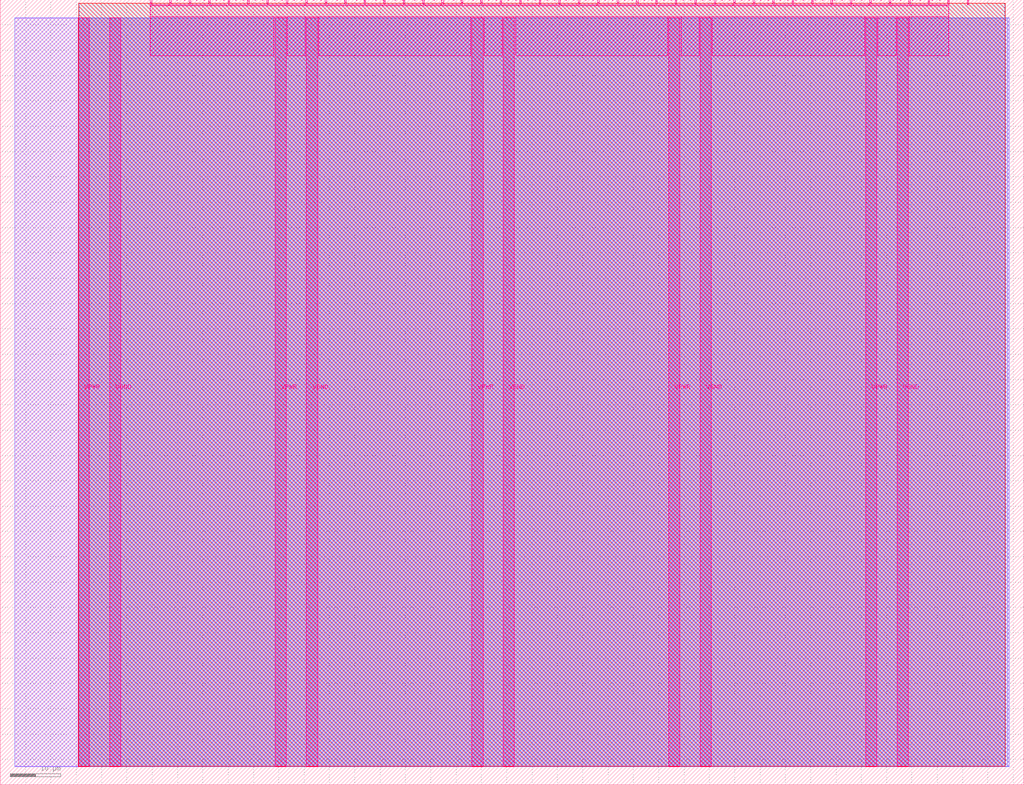
<source format=lef>
VERSION 5.7 ;
  NOWIREEXTENSIONATPIN ON ;
  DIVIDERCHAR "/" ;
  BUSBITCHARS "[]" ;
MACRO tt_um_ezchips_calc
  CLASS BLOCK ;
  FOREIGN tt_um_ezchips_calc ;
  ORIGIN 0.000 0.000 ;
  SIZE 202.080 BY 154.980 ;
  PIN VGND
    DIRECTION INOUT ;
    USE GROUND ;
    PORT
      LAYER Metal5 ;
        RECT 21.580 3.560 23.780 151.420 ;
    END
    PORT
      LAYER Metal5 ;
        RECT 60.450 3.560 62.650 151.420 ;
    END
    PORT
      LAYER Metal5 ;
        RECT 99.320 3.560 101.520 151.420 ;
    END
    PORT
      LAYER Metal5 ;
        RECT 138.190 3.560 140.390 151.420 ;
    END
    PORT
      LAYER Metal5 ;
        RECT 177.060 3.560 179.260 151.420 ;
    END
  END VGND
  PIN VPWR
    DIRECTION INOUT ;
    USE POWER ;
    PORT
      LAYER Metal5 ;
        RECT 15.380 3.560 17.580 151.420 ;
    END
    PORT
      LAYER Metal5 ;
        RECT 54.250 3.560 56.450 151.420 ;
    END
    PORT
      LAYER Metal5 ;
        RECT 93.120 3.560 95.320 151.420 ;
    END
    PORT
      LAYER Metal5 ;
        RECT 131.990 3.560 134.190 151.420 ;
    END
    PORT
      LAYER Metal5 ;
        RECT 170.860 3.560 173.060 151.420 ;
    END
  END VPWR
  PIN clk
    DIRECTION INPUT ;
    USE SIGNAL ;
    ANTENNAGATEAREA 0.213200 ;
    PORT
      LAYER Metal5 ;
        RECT 187.050 153.980 187.350 154.980 ;
    END
  END clk
  PIN ena
    DIRECTION INPUT ;
    USE SIGNAL ;
    PORT
      LAYER Metal5 ;
        RECT 190.890 153.980 191.190 154.980 ;
    END
  END ena
  PIN rst_n
    DIRECTION INPUT ;
    USE SIGNAL ;
    ANTENNAGATEAREA 0.180700 ;
    PORT
      LAYER Metal5 ;
        RECT 183.210 153.980 183.510 154.980 ;
    END
  END rst_n
  PIN ui_in[0]
    DIRECTION INPUT ;
    USE SIGNAL ;
    ANTENNAGATEAREA 0.180700 ;
    PORT
      LAYER Metal5 ;
        RECT 179.370 153.980 179.670 154.980 ;
    END
  END ui_in[0]
  PIN ui_in[1]
    DIRECTION INPUT ;
    USE SIGNAL ;
    ANTENNAGATEAREA 0.180700 ;
    PORT
      LAYER Metal5 ;
        RECT 175.530 153.980 175.830 154.980 ;
    END
  END ui_in[1]
  PIN ui_in[2]
    DIRECTION INPUT ;
    USE SIGNAL ;
    ANTENNAGATEAREA 0.180700 ;
    PORT
      LAYER Metal5 ;
        RECT 171.690 153.980 171.990 154.980 ;
    END
  END ui_in[2]
  PIN ui_in[3]
    DIRECTION INPUT ;
    USE SIGNAL ;
    ANTENNAGATEAREA 0.180700 ;
    PORT
      LAYER Metal5 ;
        RECT 167.850 153.980 168.150 154.980 ;
    END
  END ui_in[3]
  PIN ui_in[4]
    DIRECTION INPUT ;
    USE SIGNAL ;
    ANTENNAGATEAREA 0.180700 ;
    PORT
      LAYER Metal5 ;
        RECT 164.010 153.980 164.310 154.980 ;
    END
  END ui_in[4]
  PIN ui_in[5]
    DIRECTION INPUT ;
    USE SIGNAL ;
    ANTENNAGATEAREA 0.213200 ;
    PORT
      LAYER Metal5 ;
        RECT 160.170 153.980 160.470 154.980 ;
    END
  END ui_in[5]
  PIN ui_in[6]
    DIRECTION INPUT ;
    USE SIGNAL ;
    ANTENNAGATEAREA 0.361400 ;
    PORT
      LAYER Metal5 ;
        RECT 156.330 153.980 156.630 154.980 ;
    END
  END ui_in[6]
  PIN ui_in[7]
    DIRECTION INPUT ;
    USE SIGNAL ;
    ANTENNAGATEAREA 0.180700 ;
    PORT
      LAYER Metal5 ;
        RECT 152.490 153.980 152.790 154.980 ;
    END
  END ui_in[7]
  PIN uio_in[0]
    DIRECTION INPUT ;
    USE SIGNAL ;
    PORT
      LAYER Metal5 ;
        RECT 148.650 153.980 148.950 154.980 ;
    END
  END uio_in[0]
  PIN uio_in[1]
    DIRECTION INPUT ;
    USE SIGNAL ;
    PORT
      LAYER Metal5 ;
        RECT 144.810 153.980 145.110 154.980 ;
    END
  END uio_in[1]
  PIN uio_in[2]
    DIRECTION INPUT ;
    USE SIGNAL ;
    PORT
      LAYER Metal5 ;
        RECT 140.970 153.980 141.270 154.980 ;
    END
  END uio_in[2]
  PIN uio_in[3]
    DIRECTION INPUT ;
    USE SIGNAL ;
    PORT
      LAYER Metal5 ;
        RECT 137.130 153.980 137.430 154.980 ;
    END
  END uio_in[3]
  PIN uio_in[4]
    DIRECTION INPUT ;
    USE SIGNAL ;
    PORT
      LAYER Metal5 ;
        RECT 133.290 153.980 133.590 154.980 ;
    END
  END uio_in[4]
  PIN uio_in[5]
    DIRECTION INPUT ;
    USE SIGNAL ;
    PORT
      LAYER Metal5 ;
        RECT 129.450 153.980 129.750 154.980 ;
    END
  END uio_in[5]
  PIN uio_in[6]
    DIRECTION INPUT ;
    USE SIGNAL ;
    PORT
      LAYER Metal5 ;
        RECT 125.610 153.980 125.910 154.980 ;
    END
  END uio_in[6]
  PIN uio_in[7]
    DIRECTION INPUT ;
    USE SIGNAL ;
    PORT
      LAYER Metal5 ;
        RECT 121.770 153.980 122.070 154.980 ;
    END
  END uio_in[7]
  PIN uio_oe[0]
    DIRECTION OUTPUT ;
    USE SIGNAL ;
    ANTENNADIFFAREA 0.299200 ;
    PORT
      LAYER Metal5 ;
        RECT 56.490 153.980 56.790 154.980 ;
    END
  END uio_oe[0]
  PIN uio_oe[1]
    DIRECTION OUTPUT ;
    USE SIGNAL ;
    ANTENNADIFFAREA 0.299200 ;
    PORT
      LAYER Metal5 ;
        RECT 52.650 153.980 52.950 154.980 ;
    END
  END uio_oe[1]
  PIN uio_oe[2]
    DIRECTION OUTPUT ;
    USE SIGNAL ;
    ANTENNADIFFAREA 0.299200 ;
    PORT
      LAYER Metal5 ;
        RECT 48.810 153.980 49.110 154.980 ;
    END
  END uio_oe[2]
  PIN uio_oe[3]
    DIRECTION OUTPUT ;
    USE SIGNAL ;
    ANTENNADIFFAREA 0.299200 ;
    PORT
      LAYER Metal5 ;
        RECT 44.970 153.980 45.270 154.980 ;
    END
  END uio_oe[3]
  PIN uio_oe[4]
    DIRECTION OUTPUT ;
    USE SIGNAL ;
    ANTENNADIFFAREA 0.299200 ;
    PORT
      LAYER Metal5 ;
        RECT 41.130 153.980 41.430 154.980 ;
    END
  END uio_oe[4]
  PIN uio_oe[5]
    DIRECTION OUTPUT ;
    USE SIGNAL ;
    ANTENNADIFFAREA 0.299200 ;
    PORT
      LAYER Metal5 ;
        RECT 37.290 153.980 37.590 154.980 ;
    END
  END uio_oe[5]
  PIN uio_oe[6]
    DIRECTION OUTPUT ;
    USE SIGNAL ;
    ANTENNADIFFAREA 0.299200 ;
    PORT
      LAYER Metal5 ;
        RECT 33.450 153.980 33.750 154.980 ;
    END
  END uio_oe[6]
  PIN uio_oe[7]
    DIRECTION OUTPUT ;
    USE SIGNAL ;
    ANTENNADIFFAREA 0.299200 ;
    PORT
      LAYER Metal5 ;
        RECT 29.610 153.980 29.910 154.980 ;
    END
  END uio_oe[7]
  PIN uio_out[0]
    DIRECTION OUTPUT ;
    USE SIGNAL ;
    ANTENNADIFFAREA 0.299200 ;
    PORT
      LAYER Metal5 ;
        RECT 87.210 153.980 87.510 154.980 ;
    END
  END uio_out[0]
  PIN uio_out[1]
    DIRECTION OUTPUT ;
    USE SIGNAL ;
    ANTENNADIFFAREA 0.299200 ;
    PORT
      LAYER Metal5 ;
        RECT 83.370 153.980 83.670 154.980 ;
    END
  END uio_out[1]
  PIN uio_out[2]
    DIRECTION OUTPUT ;
    USE SIGNAL ;
    ANTENNADIFFAREA 0.299200 ;
    PORT
      LAYER Metal5 ;
        RECT 79.530 153.980 79.830 154.980 ;
    END
  END uio_out[2]
  PIN uio_out[3]
    DIRECTION OUTPUT ;
    USE SIGNAL ;
    ANTENNADIFFAREA 0.299200 ;
    PORT
      LAYER Metal5 ;
        RECT 75.690 153.980 75.990 154.980 ;
    END
  END uio_out[3]
  PIN uio_out[4]
    DIRECTION OUTPUT ;
    USE SIGNAL ;
    ANTENNADIFFAREA 0.299200 ;
    PORT
      LAYER Metal5 ;
        RECT 71.850 153.980 72.150 154.980 ;
    END
  END uio_out[4]
  PIN uio_out[5]
    DIRECTION OUTPUT ;
    USE SIGNAL ;
    ANTENNADIFFAREA 0.299200 ;
    PORT
      LAYER Metal5 ;
        RECT 68.010 153.980 68.310 154.980 ;
    END
  END uio_out[5]
  PIN uio_out[6]
    DIRECTION OUTPUT ;
    USE SIGNAL ;
    ANTENNADIFFAREA 0.299200 ;
    PORT
      LAYER Metal5 ;
        RECT 64.170 153.980 64.470 154.980 ;
    END
  END uio_out[6]
  PIN uio_out[7]
    DIRECTION OUTPUT ;
    USE SIGNAL ;
    ANTENNADIFFAREA 0.299200 ;
    PORT
      LAYER Metal5 ;
        RECT 60.330 153.980 60.630 154.980 ;
    END
  END uio_out[7]
  PIN uo_out[0]
    DIRECTION OUTPUT ;
    USE SIGNAL ;
    ANTENNADIFFAREA 0.654800 ;
    PORT
      LAYER Metal5 ;
        RECT 117.930 153.980 118.230 154.980 ;
    END
  END uo_out[0]
  PIN uo_out[1]
    DIRECTION OUTPUT ;
    USE SIGNAL ;
    ANTENNADIFFAREA 0.706800 ;
    PORT
      LAYER Metal5 ;
        RECT 114.090 153.980 114.390 154.980 ;
    END
  END uo_out[1]
  PIN uo_out[2]
    DIRECTION OUTPUT ;
    USE SIGNAL ;
    ANTENNADIFFAREA 0.654800 ;
    PORT
      LAYER Metal5 ;
        RECT 110.250 153.980 110.550 154.980 ;
    END
  END uo_out[2]
  PIN uo_out[3]
    DIRECTION OUTPUT ;
    USE SIGNAL ;
    ANTENNADIFFAREA 0.706800 ;
    PORT
      LAYER Metal5 ;
        RECT 106.410 153.980 106.710 154.980 ;
    END
  END uo_out[3]
  PIN uo_out[4]
    DIRECTION OUTPUT ;
    USE SIGNAL ;
    ANTENNADIFFAREA 0.654800 ;
    PORT
      LAYER Metal5 ;
        RECT 102.570 153.980 102.870 154.980 ;
    END
  END uo_out[4]
  PIN uo_out[5]
    DIRECTION OUTPUT ;
    USE SIGNAL ;
    ANTENNADIFFAREA 0.706800 ;
    PORT
      LAYER Metal5 ;
        RECT 98.730 153.980 99.030 154.980 ;
    END
  END uo_out[5]
  PIN uo_out[6]
    DIRECTION OUTPUT ;
    USE SIGNAL ;
    ANTENNADIFFAREA 0.654800 ;
    PORT
      LAYER Metal5 ;
        RECT 94.890 153.980 95.190 154.980 ;
    END
  END uo_out[6]
  PIN uo_out[7]
    DIRECTION OUTPUT ;
    USE SIGNAL ;
    ANTENNADIFFAREA 0.299200 ;
    PORT
      LAYER Metal5 ;
        RECT 91.050 153.980 91.350 154.980 ;
    END
  END uo_out[7]
  OBS
      LAYER GatPoly ;
        RECT 2.880 3.630 199.200 151.350 ;
      LAYER Metal1 ;
        RECT 2.880 3.560 199.200 151.420 ;
      LAYER Metal2 ;
        RECT 15.515 3.680 198.865 151.300 ;
      LAYER Metal3 ;
        RECT 15.560 3.635 198.340 154.285 ;
      LAYER Metal4 ;
        RECT 15.515 3.680 198.385 154.240 ;
      LAYER Metal5 ;
        RECT 30.120 153.770 33.240 153.980 ;
        RECT 33.960 153.770 37.080 153.980 ;
        RECT 37.800 153.770 40.920 153.980 ;
        RECT 41.640 153.770 44.760 153.980 ;
        RECT 45.480 153.770 48.600 153.980 ;
        RECT 49.320 153.770 52.440 153.980 ;
        RECT 53.160 153.770 56.280 153.980 ;
        RECT 57.000 153.770 60.120 153.980 ;
        RECT 60.840 153.770 63.960 153.980 ;
        RECT 64.680 153.770 67.800 153.980 ;
        RECT 68.520 153.770 71.640 153.980 ;
        RECT 72.360 153.770 75.480 153.980 ;
        RECT 76.200 153.770 79.320 153.980 ;
        RECT 80.040 153.770 83.160 153.980 ;
        RECT 83.880 153.770 87.000 153.980 ;
        RECT 87.720 153.770 90.840 153.980 ;
        RECT 91.560 153.770 94.680 153.980 ;
        RECT 95.400 153.770 98.520 153.980 ;
        RECT 99.240 153.770 102.360 153.980 ;
        RECT 103.080 153.770 106.200 153.980 ;
        RECT 106.920 153.770 110.040 153.980 ;
        RECT 110.760 153.770 113.880 153.980 ;
        RECT 114.600 153.770 117.720 153.980 ;
        RECT 118.440 153.770 121.560 153.980 ;
        RECT 122.280 153.770 125.400 153.980 ;
        RECT 126.120 153.770 129.240 153.980 ;
        RECT 129.960 153.770 133.080 153.980 ;
        RECT 133.800 153.770 136.920 153.980 ;
        RECT 137.640 153.770 140.760 153.980 ;
        RECT 141.480 153.770 144.600 153.980 ;
        RECT 145.320 153.770 148.440 153.980 ;
        RECT 149.160 153.770 152.280 153.980 ;
        RECT 153.000 153.770 156.120 153.980 ;
        RECT 156.840 153.770 159.960 153.980 ;
        RECT 160.680 153.770 163.800 153.980 ;
        RECT 164.520 153.770 167.640 153.980 ;
        RECT 168.360 153.770 171.480 153.980 ;
        RECT 172.200 153.770 175.320 153.980 ;
        RECT 176.040 153.770 179.160 153.980 ;
        RECT 179.880 153.770 183.000 153.980 ;
        RECT 183.720 153.770 186.840 153.980 ;
        RECT 29.660 151.630 187.300 153.770 ;
        RECT 29.660 143.915 54.040 151.630 ;
        RECT 56.660 143.915 60.240 151.630 ;
        RECT 62.860 143.915 92.910 151.630 ;
        RECT 95.530 143.915 99.110 151.630 ;
        RECT 101.730 143.915 131.780 151.630 ;
        RECT 134.400 143.915 137.980 151.630 ;
        RECT 140.600 143.915 170.650 151.630 ;
        RECT 173.270 143.915 176.850 151.630 ;
        RECT 179.470 143.915 187.300 151.630 ;
  END
END tt_um_ezchips_calc
END LIBRARY


</source>
